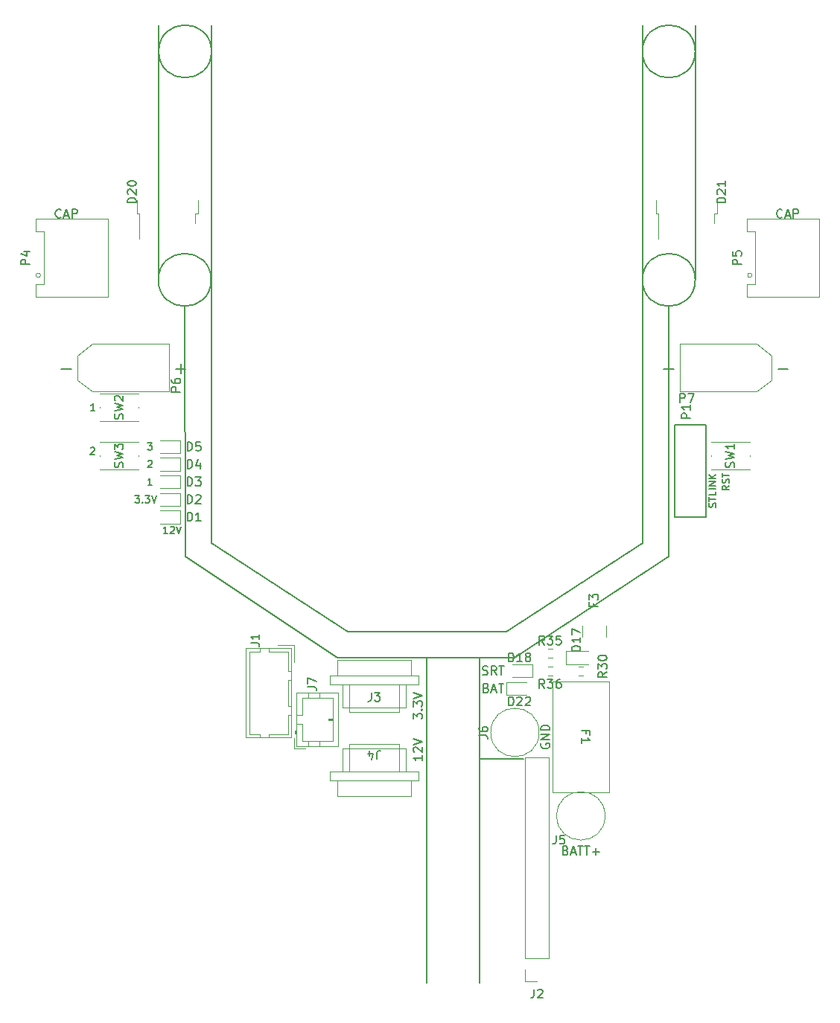
<source format=gbr>
G04 #@! TF.GenerationSoftware,KiCad,Pcbnew,(6.0.8)*
G04 #@! TF.CreationDate,2022-12-09T11:51:08+09:00*
G04 #@! TF.ProjectId,ORION_boost_v3,4f52494f-4e5f-4626-9f6f-73745f76332e,rev?*
G04 #@! TF.SameCoordinates,Original*
G04 #@! TF.FileFunction,Legend,Top*
G04 #@! TF.FilePolarity,Positive*
%FSLAX46Y46*%
G04 Gerber Fmt 4.6, Leading zero omitted, Abs format (unit mm)*
G04 Created by KiCad (PCBNEW (6.0.8)) date 2022-12-09 11:51:08*
%MOMM*%
%LPD*%
G01*
G04 APERTURE LIST*
%ADD10C,0.150000*%
%ADD11C,0.120000*%
%ADD12C,0.200000*%
G04 APERTURE END LIST*
D10*
X124452380Y-133119047D02*
X124452380Y-133690476D01*
X124452380Y-133404761D02*
X123452380Y-133404761D01*
X123595238Y-133500000D01*
X123690476Y-133595238D01*
X123738095Y-133690476D01*
X123547619Y-132738095D02*
X123500000Y-132690476D01*
X123452380Y-132595238D01*
X123452380Y-132357142D01*
X123500000Y-132261904D01*
X123547619Y-132214285D01*
X123642857Y-132166666D01*
X123738095Y-132166666D01*
X123880952Y-132214285D01*
X124452380Y-132785714D01*
X124452380Y-132166666D01*
X123452380Y-131880952D02*
X124452380Y-131547619D01*
X123452380Y-131214285D01*
X123452380Y-128976190D02*
X123452380Y-128357142D01*
X123833333Y-128690476D01*
X123833333Y-128547619D01*
X123880952Y-128452380D01*
X123928571Y-128404761D01*
X124023809Y-128357142D01*
X124261904Y-128357142D01*
X124357142Y-128404761D01*
X124404761Y-128452380D01*
X124452380Y-128547619D01*
X124452380Y-128833333D01*
X124404761Y-128928571D01*
X124357142Y-128976190D01*
X124357142Y-127928571D02*
X124404761Y-127880952D01*
X124452380Y-127928571D01*
X124404761Y-127976190D01*
X124357142Y-127928571D01*
X124452380Y-127928571D01*
X123452380Y-127547619D02*
X123452380Y-126928571D01*
X123833333Y-127261904D01*
X123833333Y-127119047D01*
X123880952Y-127023809D01*
X123928571Y-126976190D01*
X124023809Y-126928571D01*
X124261904Y-126928571D01*
X124357142Y-126976190D01*
X124404761Y-127023809D01*
X124452380Y-127119047D01*
X124452380Y-127404761D01*
X124404761Y-127500000D01*
X124357142Y-127547619D01*
X123452380Y-126642857D02*
X124452380Y-126309523D01*
X123452380Y-125976190D01*
X157823809Y-104866666D02*
X157861904Y-104752380D01*
X157861904Y-104561904D01*
X157823809Y-104485714D01*
X157785714Y-104447619D01*
X157709523Y-104409523D01*
X157633333Y-104409523D01*
X157557142Y-104447619D01*
X157519047Y-104485714D01*
X157480952Y-104561904D01*
X157442857Y-104714285D01*
X157404761Y-104790476D01*
X157366666Y-104828571D01*
X157290476Y-104866666D01*
X157214285Y-104866666D01*
X157138095Y-104828571D01*
X157100000Y-104790476D01*
X157061904Y-104714285D01*
X157061904Y-104523809D01*
X157100000Y-104409523D01*
X157061904Y-104180952D02*
X157061904Y-103723809D01*
X157861904Y-103952380D02*
X157061904Y-103952380D01*
X157861904Y-103076190D02*
X157861904Y-103457142D01*
X157061904Y-103457142D01*
X157861904Y-102809523D02*
X157061904Y-102809523D01*
X157861904Y-102428571D02*
X157061904Y-102428571D01*
X157861904Y-101971428D01*
X157061904Y-101971428D01*
X157861904Y-101590476D02*
X157061904Y-101590476D01*
X157861904Y-101133333D02*
X157404761Y-101476190D01*
X157061904Y-101133333D02*
X157519047Y-101590476D01*
X165380952Y-71857142D02*
X165333333Y-71904761D01*
X165190476Y-71952380D01*
X165095238Y-71952380D01*
X164952380Y-71904761D01*
X164857142Y-71809523D01*
X164809523Y-71714285D01*
X164761904Y-71523809D01*
X164761904Y-71380952D01*
X164809523Y-71190476D01*
X164857142Y-71095238D01*
X164952380Y-71000000D01*
X165095238Y-70952380D01*
X165190476Y-70952380D01*
X165333333Y-71000000D01*
X165380952Y-71047619D01*
X165761904Y-71666666D02*
X166238095Y-71666666D01*
X165666666Y-71952380D02*
X166000000Y-70952380D01*
X166333333Y-71952380D01*
X166666666Y-71952380D02*
X166666666Y-70952380D01*
X167047619Y-70952380D01*
X167142857Y-71000000D01*
X167190476Y-71047619D01*
X167238095Y-71142857D01*
X167238095Y-71285714D01*
X167190476Y-71380952D01*
X167142857Y-71428571D01*
X167047619Y-71476190D01*
X166666666Y-71476190D01*
X83380952Y-71857142D02*
X83333333Y-71904761D01*
X83190476Y-71952380D01*
X83095238Y-71952380D01*
X82952380Y-71904761D01*
X82857142Y-71809523D01*
X82809523Y-71714285D01*
X82761904Y-71523809D01*
X82761904Y-71380952D01*
X82809523Y-71190476D01*
X82857142Y-71095238D01*
X82952380Y-71000000D01*
X83095238Y-70952380D01*
X83190476Y-70952380D01*
X83333333Y-71000000D01*
X83380952Y-71047619D01*
X83761904Y-71666666D02*
X84238095Y-71666666D01*
X83666666Y-71952380D02*
X84000000Y-70952380D01*
X84333333Y-71952380D01*
X84666666Y-71952380D02*
X84666666Y-70952380D01*
X85047619Y-70952380D01*
X85142857Y-71000000D01*
X85190476Y-71047619D01*
X85238095Y-71142857D01*
X85238095Y-71285714D01*
X85190476Y-71380952D01*
X85142857Y-71428571D01*
X85047619Y-71476190D01*
X84666666Y-71476190D01*
X87228571Y-93861904D02*
X86771428Y-93861904D01*
X87000000Y-93861904D02*
X87000000Y-93061904D01*
X86923809Y-93176190D01*
X86847619Y-93252380D01*
X86771428Y-93290476D01*
X86771428Y-98138095D02*
X86809523Y-98100000D01*
X86885714Y-98061904D01*
X87076190Y-98061904D01*
X87152380Y-98100000D01*
X87190476Y-98138095D01*
X87228571Y-98214285D01*
X87228571Y-98290476D01*
X87190476Y-98404761D01*
X86733333Y-98861904D01*
X87228571Y-98861904D01*
X93233333Y-97561904D02*
X93728571Y-97561904D01*
X93461904Y-97866666D01*
X93576190Y-97866666D01*
X93652380Y-97904761D01*
X93690476Y-97942857D01*
X93728571Y-98019047D01*
X93728571Y-98209523D01*
X93690476Y-98285714D01*
X93652380Y-98323809D01*
X93576190Y-98361904D01*
X93347619Y-98361904D01*
X93271428Y-98323809D01*
X93233333Y-98285714D01*
X93271428Y-99638095D02*
X93309523Y-99600000D01*
X93385714Y-99561904D01*
X93576190Y-99561904D01*
X93652380Y-99600000D01*
X93690476Y-99638095D01*
X93728571Y-99714285D01*
X93728571Y-99790476D01*
X93690476Y-99904761D01*
X93233333Y-100361904D01*
X93728571Y-100361904D01*
X93728571Y-102361904D02*
X93271428Y-102361904D01*
X93500000Y-102361904D02*
X93500000Y-101561904D01*
X93423809Y-101676190D01*
X93347619Y-101752380D01*
X93271428Y-101790476D01*
X91819047Y-103561904D02*
X92314285Y-103561904D01*
X92047619Y-103866666D01*
X92161904Y-103866666D01*
X92238095Y-103904761D01*
X92276190Y-103942857D01*
X92314285Y-104019047D01*
X92314285Y-104209523D01*
X92276190Y-104285714D01*
X92238095Y-104323809D01*
X92161904Y-104361904D01*
X91933333Y-104361904D01*
X91857142Y-104323809D01*
X91819047Y-104285714D01*
X92657142Y-104285714D02*
X92695238Y-104323809D01*
X92657142Y-104361904D01*
X92619047Y-104323809D01*
X92657142Y-104285714D01*
X92657142Y-104361904D01*
X92961904Y-103561904D02*
X93457142Y-103561904D01*
X93190476Y-103866666D01*
X93304761Y-103866666D01*
X93380952Y-103904761D01*
X93419047Y-103942857D01*
X93457142Y-104019047D01*
X93457142Y-104209523D01*
X93419047Y-104285714D01*
X93380952Y-104323809D01*
X93304761Y-104361904D01*
X93076190Y-104361904D01*
X93000000Y-104323809D01*
X92961904Y-104285714D01*
X93685714Y-103561904D02*
X93952380Y-104361904D01*
X94219047Y-103561904D01*
X95504761Y-107861904D02*
X95047619Y-107861904D01*
X95276190Y-107861904D02*
X95276190Y-107061904D01*
X95200000Y-107176190D01*
X95123809Y-107252380D01*
X95047619Y-107290476D01*
X95809523Y-107138095D02*
X95847619Y-107100000D01*
X95923809Y-107061904D01*
X96114285Y-107061904D01*
X96190476Y-107100000D01*
X96228571Y-107138095D01*
X96266666Y-107214285D01*
X96266666Y-107290476D01*
X96228571Y-107404761D01*
X95771428Y-107861904D01*
X96266666Y-107861904D01*
X96495238Y-107061904D02*
X96761904Y-107861904D01*
X97028571Y-107061904D01*
X100500000Y-109000000D02*
X100500000Y-50000000D01*
X125000000Y-122000000D02*
X125000000Y-159000000D01*
X116000000Y-119000000D02*
X134000000Y-119000000D01*
X149500000Y-50000000D02*
X149500000Y-109000000D01*
X100500000Y-53000000D02*
G75*
G03*
X100500000Y-53000000I-3000000J0D01*
G01*
X155500000Y-53000000D02*
G75*
G03*
X155500000Y-53000000I-3000000J0D01*
G01*
X155500000Y-79000000D02*
G75*
G03*
X155500000Y-79000000I-3000000J0D01*
G01*
X100460000Y-79000000D02*
G75*
G03*
X100460000Y-79000000I-3000000J0D01*
G01*
X97460000Y-82000000D02*
X97500000Y-110500000D01*
X97500000Y-110500000D02*
X114800000Y-122000000D01*
X152500000Y-110500000D02*
X135000000Y-122000000D01*
X155500000Y-79000000D02*
X155500000Y-50000000D01*
X116000000Y-119000000D02*
X100500000Y-109000000D01*
X134000000Y-119000000D02*
X149500000Y-109000000D01*
X114800000Y-122000000D02*
X135000000Y-122000000D01*
X131000000Y-133500000D02*
X136000000Y-133500000D01*
X94500000Y-50000000D02*
X94460000Y-79000000D01*
X131000000Y-159000000D02*
X131000000Y-122000000D01*
X152500000Y-82000000D02*
X152500000Y-110500000D01*
X140761904Y-143928571D02*
X140904761Y-143976190D01*
X140952380Y-144023809D01*
X141000000Y-144119047D01*
X141000000Y-144261904D01*
X140952380Y-144357142D01*
X140904761Y-144404761D01*
X140809523Y-144452380D01*
X140428571Y-144452380D01*
X140428571Y-143452380D01*
X140761904Y-143452380D01*
X140857142Y-143500000D01*
X140904761Y-143547619D01*
X140952380Y-143642857D01*
X140952380Y-143738095D01*
X140904761Y-143833333D01*
X140857142Y-143880952D01*
X140761904Y-143928571D01*
X140428571Y-143928571D01*
X141380952Y-144166666D02*
X141857142Y-144166666D01*
X141285714Y-144452380D02*
X141619047Y-143452380D01*
X141952380Y-144452380D01*
X142142857Y-143452380D02*
X142714285Y-143452380D01*
X142428571Y-144452380D02*
X142428571Y-143452380D01*
X142904761Y-143452380D02*
X143476190Y-143452380D01*
X143190476Y-144452380D02*
X143190476Y-143452380D01*
X143809523Y-144071428D02*
X144571428Y-144071428D01*
X144190476Y-144452380D02*
X144190476Y-143690476D01*
X159361904Y-102438095D02*
X158980952Y-102704761D01*
X159361904Y-102895238D02*
X158561904Y-102895238D01*
X158561904Y-102590476D01*
X158600000Y-102514285D01*
X158638095Y-102476190D01*
X158714285Y-102438095D01*
X158828571Y-102438095D01*
X158904761Y-102476190D01*
X158942857Y-102514285D01*
X158980952Y-102590476D01*
X158980952Y-102895238D01*
X159323809Y-102133333D02*
X159361904Y-102019047D01*
X159361904Y-101828571D01*
X159323809Y-101752380D01*
X159285714Y-101714285D01*
X159209523Y-101676190D01*
X159133333Y-101676190D01*
X159057142Y-101714285D01*
X159019047Y-101752380D01*
X158980952Y-101828571D01*
X158942857Y-101980952D01*
X158904761Y-102057142D01*
X158866666Y-102095238D01*
X158790476Y-102133333D01*
X158714285Y-102133333D01*
X158638095Y-102095238D01*
X158600000Y-102057142D01*
X158561904Y-101980952D01*
X158561904Y-101790476D01*
X158600000Y-101676190D01*
X158561904Y-101447619D02*
X158561904Y-100990476D01*
X159361904Y-101219047D02*
X158561904Y-101219047D01*
X131761904Y-125428571D02*
X131904761Y-125476190D01*
X131952380Y-125523809D01*
X132000000Y-125619047D01*
X132000000Y-125761904D01*
X131952380Y-125857142D01*
X131904761Y-125904761D01*
X131809523Y-125952380D01*
X131428571Y-125952380D01*
X131428571Y-124952380D01*
X131761904Y-124952380D01*
X131857142Y-125000000D01*
X131904761Y-125047619D01*
X131952380Y-125142857D01*
X131952380Y-125238095D01*
X131904761Y-125333333D01*
X131857142Y-125380952D01*
X131761904Y-125428571D01*
X131428571Y-125428571D01*
X132380952Y-125666666D02*
X132857142Y-125666666D01*
X132285714Y-125952380D02*
X132619047Y-124952380D01*
X132952380Y-125952380D01*
X133142857Y-124952380D02*
X133714285Y-124952380D01*
X133428571Y-125952380D02*
X133428571Y-124952380D01*
X131333333Y-123904761D02*
X131476190Y-123952380D01*
X131714285Y-123952380D01*
X131809523Y-123904761D01*
X131857142Y-123857142D01*
X131904761Y-123761904D01*
X131904761Y-123666666D01*
X131857142Y-123571428D01*
X131809523Y-123523809D01*
X131714285Y-123476190D01*
X131523809Y-123428571D01*
X131428571Y-123380952D01*
X131380952Y-123333333D01*
X131333333Y-123238095D01*
X131333333Y-123142857D01*
X131380952Y-123047619D01*
X131428571Y-123000000D01*
X131523809Y-122952380D01*
X131761904Y-122952380D01*
X131904761Y-123000000D01*
X132904761Y-123952380D02*
X132571428Y-123476190D01*
X132333333Y-123952380D02*
X132333333Y-122952380D01*
X132714285Y-122952380D01*
X132809523Y-123000000D01*
X132857142Y-123047619D01*
X132904761Y-123142857D01*
X132904761Y-123285714D01*
X132857142Y-123380952D01*
X132809523Y-123428571D01*
X132714285Y-123476190D01*
X132333333Y-123476190D01*
X133190476Y-122952380D02*
X133761904Y-122952380D01*
X133476190Y-123952380D02*
X133476190Y-122952380D01*
X138000000Y-131761904D02*
X137952380Y-131857142D01*
X137952380Y-132000000D01*
X138000000Y-132142857D01*
X138095238Y-132238095D01*
X138190476Y-132285714D01*
X138380952Y-132333333D01*
X138523809Y-132333333D01*
X138714285Y-132285714D01*
X138809523Y-132238095D01*
X138904761Y-132142857D01*
X138952380Y-132000000D01*
X138952380Y-131904761D01*
X138904761Y-131761904D01*
X138857142Y-131714285D01*
X138523809Y-131714285D01*
X138523809Y-131904761D01*
X138952380Y-131285714D02*
X137952380Y-131285714D01*
X138952380Y-130714285D01*
X137952380Y-130714285D01*
X138952380Y-130238095D02*
X137952380Y-130238095D01*
X137952380Y-130000000D01*
X138000000Y-129857142D01*
X138095238Y-129761904D01*
X138190476Y-129714285D01*
X138380952Y-129666666D01*
X138523809Y-129666666D01*
X138714285Y-129714285D01*
X138809523Y-129761904D01*
X138904761Y-129857142D01*
X138952380Y-130000000D01*
X138952380Y-130238095D01*
X97761904Y-106452380D02*
X97761904Y-105452380D01*
X98000000Y-105452380D01*
X98142857Y-105500000D01*
X98238095Y-105595238D01*
X98285714Y-105690476D01*
X98333333Y-105880952D01*
X98333333Y-106023809D01*
X98285714Y-106214285D01*
X98238095Y-106309523D01*
X98142857Y-106404761D01*
X98000000Y-106452380D01*
X97761904Y-106452380D01*
X99285714Y-106452380D02*
X98714285Y-106452380D01*
X99000000Y-106452380D02*
X99000000Y-105452380D01*
X98904761Y-105595238D01*
X98809523Y-105690476D01*
X98714285Y-105738095D01*
X142452380Y-121214285D02*
X141452380Y-121214285D01*
X141452380Y-120976190D01*
X141500000Y-120833333D01*
X141595238Y-120738095D01*
X141690476Y-120690476D01*
X141880952Y-120642857D01*
X142023809Y-120642857D01*
X142214285Y-120690476D01*
X142309523Y-120738095D01*
X142404761Y-120833333D01*
X142452380Y-120976190D01*
X142452380Y-121214285D01*
X142452380Y-119690476D02*
X142452380Y-120261904D01*
X142452380Y-119976190D02*
X141452380Y-119976190D01*
X141595238Y-120071428D01*
X141690476Y-120166666D01*
X141738095Y-120261904D01*
X141452380Y-119357142D02*
X141452380Y-118690476D01*
X142452380Y-119119047D01*
X160752380Y-77238095D02*
X159752380Y-77238095D01*
X159752380Y-76857142D01*
X159800000Y-76761904D01*
X159847619Y-76714285D01*
X159942857Y-76666666D01*
X160085714Y-76666666D01*
X160180952Y-76714285D01*
X160228571Y-76761904D01*
X160276190Y-76857142D01*
X160276190Y-77238095D01*
X159752380Y-75761904D02*
X159752380Y-76238095D01*
X160228571Y-76285714D01*
X160180952Y-76238095D01*
X160133333Y-76142857D01*
X160133333Y-75904761D01*
X160180952Y-75809523D01*
X160228571Y-75761904D01*
X160323809Y-75714285D01*
X160561904Y-75714285D01*
X160657142Y-75761904D01*
X160704761Y-75809523D01*
X160752380Y-75904761D01*
X160752380Y-76142857D01*
X160704761Y-76238095D01*
X160657142Y-76285714D01*
X96952380Y-91738095D02*
X95952380Y-91738095D01*
X95952380Y-91357142D01*
X96000000Y-91261904D01*
X96047619Y-91214285D01*
X96142857Y-91166666D01*
X96285714Y-91166666D01*
X96380952Y-91214285D01*
X96428571Y-91261904D01*
X96476190Y-91357142D01*
X96476190Y-91738095D01*
X95952380Y-90309523D02*
X95952380Y-90500000D01*
X96000000Y-90595238D01*
X96047619Y-90642857D01*
X96190476Y-90738095D01*
X96380952Y-90785714D01*
X96761904Y-90785714D01*
X96857142Y-90738095D01*
X96904761Y-90690476D01*
X96952380Y-90595238D01*
X96952380Y-90404761D01*
X96904761Y-90309523D01*
X96857142Y-90261904D01*
X96761904Y-90214285D01*
X96523809Y-90214285D01*
X96428571Y-90261904D01*
X96380952Y-90309523D01*
X96333333Y-90404761D01*
X96333333Y-90595238D01*
X96380952Y-90690476D01*
X96428571Y-90738095D01*
X96523809Y-90785714D01*
X83428571Y-89107142D02*
X84571428Y-89107142D01*
X96428571Y-89107142D02*
X97571428Y-89107142D01*
X97000000Y-89678571D02*
X97000000Y-88535714D01*
X138357142Y-125452380D02*
X138023809Y-124976190D01*
X137785714Y-125452380D02*
X137785714Y-124452380D01*
X138166666Y-124452380D01*
X138261904Y-124500000D01*
X138309523Y-124547619D01*
X138357142Y-124642857D01*
X138357142Y-124785714D01*
X138309523Y-124880952D01*
X138261904Y-124928571D01*
X138166666Y-124976190D01*
X137785714Y-124976190D01*
X138690476Y-124452380D02*
X139309523Y-124452380D01*
X138976190Y-124833333D01*
X139119047Y-124833333D01*
X139214285Y-124880952D01*
X139261904Y-124928571D01*
X139309523Y-125023809D01*
X139309523Y-125261904D01*
X139261904Y-125357142D01*
X139214285Y-125404761D01*
X139119047Y-125452380D01*
X138833333Y-125452380D01*
X138738095Y-125404761D01*
X138690476Y-125357142D01*
X140166666Y-124452380D02*
X139976190Y-124452380D01*
X139880952Y-124500000D01*
X139833333Y-124547619D01*
X139738095Y-124690476D01*
X139690476Y-124880952D01*
X139690476Y-125261904D01*
X139738095Y-125357142D01*
X139785714Y-125404761D01*
X139880952Y-125452380D01*
X140071428Y-125452380D01*
X140166666Y-125404761D01*
X140214285Y-125357142D01*
X140261904Y-125261904D01*
X140261904Y-125023809D01*
X140214285Y-124928571D01*
X140166666Y-124880952D01*
X140071428Y-124833333D01*
X139880952Y-124833333D01*
X139785714Y-124880952D01*
X139738095Y-124928571D01*
X139690476Y-125023809D01*
X111452380Y-125333333D02*
X112166666Y-125333333D01*
X112309523Y-125380952D01*
X112404761Y-125476190D01*
X112452380Y-125619047D01*
X112452380Y-125714285D01*
X111452380Y-124952380D02*
X111452380Y-124285714D01*
X112452380Y-124714285D01*
X134285714Y-122452380D02*
X134285714Y-121452380D01*
X134523809Y-121452380D01*
X134666666Y-121500000D01*
X134761904Y-121595238D01*
X134809523Y-121690476D01*
X134857142Y-121880952D01*
X134857142Y-122023809D01*
X134809523Y-122214285D01*
X134761904Y-122309523D01*
X134666666Y-122404761D01*
X134523809Y-122452380D01*
X134285714Y-122452380D01*
X135809523Y-122452380D02*
X135238095Y-122452380D01*
X135523809Y-122452380D02*
X135523809Y-121452380D01*
X135428571Y-121595238D01*
X135333333Y-121690476D01*
X135238095Y-121738095D01*
X136380952Y-121880952D02*
X136285714Y-121833333D01*
X136238095Y-121785714D01*
X136190476Y-121690476D01*
X136190476Y-121642857D01*
X136238095Y-121547619D01*
X136285714Y-121500000D01*
X136380952Y-121452380D01*
X136571428Y-121452380D01*
X136666666Y-121500000D01*
X136714285Y-121547619D01*
X136761904Y-121642857D01*
X136761904Y-121690476D01*
X136714285Y-121785714D01*
X136666666Y-121833333D01*
X136571428Y-121880952D01*
X136380952Y-121880952D01*
X136285714Y-121928571D01*
X136238095Y-121976190D01*
X136190476Y-122071428D01*
X136190476Y-122261904D01*
X136238095Y-122357142D01*
X136285714Y-122404761D01*
X136380952Y-122452380D01*
X136571428Y-122452380D01*
X136666666Y-122404761D01*
X136714285Y-122357142D01*
X136761904Y-122261904D01*
X136761904Y-122071428D01*
X136714285Y-121976190D01*
X136666666Y-121928571D01*
X136571428Y-121880952D01*
X119333333Y-133547619D02*
X119333333Y-132833333D01*
X119380952Y-132690476D01*
X119476190Y-132595238D01*
X119619047Y-132547619D01*
X119714285Y-132547619D01*
X118428571Y-133214285D02*
X118428571Y-132547619D01*
X118666666Y-133595238D02*
X118904761Y-132880952D01*
X118285714Y-132880952D01*
X134285714Y-127452380D02*
X134285714Y-126452380D01*
X134523809Y-126452380D01*
X134666666Y-126500000D01*
X134761904Y-126595238D01*
X134809523Y-126690476D01*
X134857142Y-126880952D01*
X134857142Y-127023809D01*
X134809523Y-127214285D01*
X134761904Y-127309523D01*
X134666666Y-127404761D01*
X134523809Y-127452380D01*
X134285714Y-127452380D01*
X135238095Y-126547619D02*
X135285714Y-126500000D01*
X135380952Y-126452380D01*
X135619047Y-126452380D01*
X135714285Y-126500000D01*
X135761904Y-126547619D01*
X135809523Y-126642857D01*
X135809523Y-126738095D01*
X135761904Y-126880952D01*
X135190476Y-127452380D01*
X135809523Y-127452380D01*
X136190476Y-126547619D02*
X136238095Y-126500000D01*
X136333333Y-126452380D01*
X136571428Y-126452380D01*
X136666666Y-126500000D01*
X136714285Y-126547619D01*
X136761904Y-126642857D01*
X136761904Y-126738095D01*
X136714285Y-126880952D01*
X136142857Y-127452380D01*
X136761904Y-127452380D01*
X145452380Y-123642857D02*
X144976190Y-123976190D01*
X145452380Y-124214285D02*
X144452380Y-124214285D01*
X144452380Y-123833333D01*
X144500000Y-123738095D01*
X144547619Y-123690476D01*
X144642857Y-123642857D01*
X144785714Y-123642857D01*
X144880952Y-123690476D01*
X144928571Y-123738095D01*
X144976190Y-123833333D01*
X144976190Y-124214285D01*
X144452380Y-123309523D02*
X144452380Y-122690476D01*
X144833333Y-123023809D01*
X144833333Y-122880952D01*
X144880952Y-122785714D01*
X144928571Y-122738095D01*
X145023809Y-122690476D01*
X145261904Y-122690476D01*
X145357142Y-122738095D01*
X145404761Y-122785714D01*
X145452380Y-122880952D01*
X145452380Y-123166666D01*
X145404761Y-123261904D01*
X145357142Y-123309523D01*
X144452380Y-122071428D02*
X144452380Y-121976190D01*
X144500000Y-121880952D01*
X144547619Y-121833333D01*
X144642857Y-121785714D01*
X144833333Y-121738095D01*
X145071428Y-121738095D01*
X145261904Y-121785714D01*
X145357142Y-121833333D01*
X145404761Y-121880952D01*
X145452380Y-121976190D01*
X145452380Y-122071428D01*
X145404761Y-122166666D01*
X145357142Y-122214285D01*
X145261904Y-122261904D01*
X145071428Y-122309523D01*
X144833333Y-122309523D01*
X144642857Y-122261904D01*
X144547619Y-122214285D01*
X144500000Y-122166666D01*
X144452380Y-122071428D01*
X104952380Y-120333333D02*
X105666666Y-120333333D01*
X105809523Y-120380952D01*
X105904761Y-120476190D01*
X105952380Y-120619047D01*
X105952380Y-120714285D01*
X105952380Y-119333333D02*
X105952380Y-119904761D01*
X105952380Y-119619047D02*
X104952380Y-119619047D01*
X105095238Y-119714285D01*
X105190476Y-119809523D01*
X105238095Y-119904761D01*
X143928571Y-115833333D02*
X143928571Y-116166666D01*
X144452380Y-116166666D02*
X143452380Y-116166666D01*
X143452380Y-115690476D01*
X143452380Y-115404761D02*
X143452380Y-114785714D01*
X143833333Y-115119047D01*
X143833333Y-114976190D01*
X143880952Y-114880952D01*
X143928571Y-114833333D01*
X144023809Y-114785714D01*
X144261904Y-114785714D01*
X144357142Y-114833333D01*
X144404761Y-114880952D01*
X144452380Y-114976190D01*
X144452380Y-115261904D01*
X144404761Y-115357142D01*
X144357142Y-115404761D01*
X137166666Y-159722380D02*
X137166666Y-160436666D01*
X137119047Y-160579523D01*
X137023809Y-160674761D01*
X136880952Y-160722380D01*
X136785714Y-160722380D01*
X137595238Y-159817619D02*
X137642857Y-159770000D01*
X137738095Y-159722380D01*
X137976190Y-159722380D01*
X138071428Y-159770000D01*
X138119047Y-159817619D01*
X138166666Y-159912857D01*
X138166666Y-160008095D01*
X138119047Y-160150952D01*
X137547619Y-160722380D01*
X138166666Y-160722380D01*
X90404761Y-100333333D02*
X90452380Y-100190476D01*
X90452380Y-99952380D01*
X90404761Y-99857142D01*
X90357142Y-99809523D01*
X90261904Y-99761904D01*
X90166666Y-99761904D01*
X90071428Y-99809523D01*
X90023809Y-99857142D01*
X89976190Y-99952380D01*
X89928571Y-100142857D01*
X89880952Y-100238095D01*
X89833333Y-100285714D01*
X89738095Y-100333333D01*
X89642857Y-100333333D01*
X89547619Y-100285714D01*
X89500000Y-100238095D01*
X89452380Y-100142857D01*
X89452380Y-99904761D01*
X89500000Y-99761904D01*
X89452380Y-99428571D02*
X90452380Y-99190476D01*
X89738095Y-99000000D01*
X90452380Y-98809523D01*
X89452380Y-98571428D01*
X89452380Y-98285714D02*
X89452380Y-97666666D01*
X89833333Y-98000000D01*
X89833333Y-97857142D01*
X89880952Y-97761904D01*
X89928571Y-97714285D01*
X90023809Y-97666666D01*
X90261904Y-97666666D01*
X90357142Y-97714285D01*
X90404761Y-97761904D01*
X90452380Y-97857142D01*
X90452380Y-98142857D01*
X90404761Y-98238095D01*
X90357142Y-98285714D01*
X158952380Y-70214285D02*
X157952380Y-70214285D01*
X157952380Y-69976190D01*
X158000000Y-69833333D01*
X158095238Y-69738095D01*
X158190476Y-69690476D01*
X158380952Y-69642857D01*
X158523809Y-69642857D01*
X158714285Y-69690476D01*
X158809523Y-69738095D01*
X158904761Y-69833333D01*
X158952380Y-69976190D01*
X158952380Y-70214285D01*
X158047619Y-69261904D02*
X158000000Y-69214285D01*
X157952380Y-69119047D01*
X157952380Y-68880952D01*
X158000000Y-68785714D01*
X158047619Y-68738095D01*
X158142857Y-68690476D01*
X158238095Y-68690476D01*
X158380952Y-68738095D01*
X158952380Y-69309523D01*
X158952380Y-68690476D01*
X158952380Y-67738095D02*
X158952380Y-68309523D01*
X158952380Y-68023809D02*
X157952380Y-68023809D01*
X158095238Y-68119047D01*
X158190476Y-68214285D01*
X158238095Y-68309523D01*
X97761904Y-100452380D02*
X97761904Y-99452380D01*
X98000000Y-99452380D01*
X98142857Y-99500000D01*
X98238095Y-99595238D01*
X98285714Y-99690476D01*
X98333333Y-99880952D01*
X98333333Y-100023809D01*
X98285714Y-100214285D01*
X98238095Y-100309523D01*
X98142857Y-100404761D01*
X98000000Y-100452380D01*
X97761904Y-100452380D01*
X99190476Y-99785714D02*
X99190476Y-100452380D01*
X98952380Y-99404761D02*
X98714285Y-100119047D01*
X99333333Y-100119047D01*
X97761904Y-104452380D02*
X97761904Y-103452380D01*
X98000000Y-103452380D01*
X98142857Y-103500000D01*
X98238095Y-103595238D01*
X98285714Y-103690476D01*
X98333333Y-103880952D01*
X98333333Y-104023809D01*
X98285714Y-104214285D01*
X98238095Y-104309523D01*
X98142857Y-104404761D01*
X98000000Y-104452380D01*
X97761904Y-104452380D01*
X98714285Y-103547619D02*
X98761904Y-103500000D01*
X98857142Y-103452380D01*
X99095238Y-103452380D01*
X99190476Y-103500000D01*
X99238095Y-103547619D01*
X99285714Y-103642857D01*
X99285714Y-103738095D01*
X99238095Y-103880952D01*
X98666666Y-104452380D01*
X99285714Y-104452380D01*
X143071428Y-130666666D02*
X143071428Y-130333333D01*
X142547619Y-130333333D02*
X143547619Y-130333333D01*
X143547619Y-130809523D01*
X142547619Y-131714285D02*
X142547619Y-131142857D01*
X142547619Y-131428571D02*
X143547619Y-131428571D01*
X143404761Y-131333333D01*
X143309523Y-131238095D01*
X143261904Y-131142857D01*
X79852380Y-77238095D02*
X78852380Y-77238095D01*
X78852380Y-76857142D01*
X78900000Y-76761904D01*
X78947619Y-76714285D01*
X79042857Y-76666666D01*
X79185714Y-76666666D01*
X79280952Y-76714285D01*
X79328571Y-76761904D01*
X79376190Y-76857142D01*
X79376190Y-77238095D01*
X79185714Y-75809523D02*
X79852380Y-75809523D01*
X78804761Y-76047619D02*
X79519047Y-76285714D01*
X79519047Y-75666666D01*
X118666666Y-125952380D02*
X118666666Y-126666666D01*
X118619047Y-126809523D01*
X118523809Y-126904761D01*
X118380952Y-126952380D01*
X118285714Y-126952380D01*
X119047619Y-125952380D02*
X119666666Y-125952380D01*
X119333333Y-126333333D01*
X119476190Y-126333333D01*
X119571428Y-126380952D01*
X119619047Y-126428571D01*
X119666666Y-126523809D01*
X119666666Y-126761904D01*
X119619047Y-126857142D01*
X119571428Y-126904761D01*
X119476190Y-126952380D01*
X119190476Y-126952380D01*
X119095238Y-126904761D01*
X119047619Y-126857142D01*
X97761904Y-102452380D02*
X97761904Y-101452380D01*
X98000000Y-101452380D01*
X98142857Y-101500000D01*
X98238095Y-101595238D01*
X98285714Y-101690476D01*
X98333333Y-101880952D01*
X98333333Y-102023809D01*
X98285714Y-102214285D01*
X98238095Y-102309523D01*
X98142857Y-102404761D01*
X98000000Y-102452380D01*
X97761904Y-102452380D01*
X98666666Y-101452380D02*
X99285714Y-101452380D01*
X98952380Y-101833333D01*
X99095238Y-101833333D01*
X99190476Y-101880952D01*
X99238095Y-101928571D01*
X99285714Y-102023809D01*
X99285714Y-102261904D01*
X99238095Y-102357142D01*
X99190476Y-102404761D01*
X99095238Y-102452380D01*
X98809523Y-102452380D01*
X98714285Y-102404761D01*
X98666666Y-102357142D01*
X138357142Y-120522380D02*
X138023809Y-120046190D01*
X137785714Y-120522380D02*
X137785714Y-119522380D01*
X138166666Y-119522380D01*
X138261904Y-119570000D01*
X138309523Y-119617619D01*
X138357142Y-119712857D01*
X138357142Y-119855714D01*
X138309523Y-119950952D01*
X138261904Y-119998571D01*
X138166666Y-120046190D01*
X137785714Y-120046190D01*
X138690476Y-119522380D02*
X139309523Y-119522380D01*
X138976190Y-119903333D01*
X139119047Y-119903333D01*
X139214285Y-119950952D01*
X139261904Y-119998571D01*
X139309523Y-120093809D01*
X139309523Y-120331904D01*
X139261904Y-120427142D01*
X139214285Y-120474761D01*
X139119047Y-120522380D01*
X138833333Y-120522380D01*
X138738095Y-120474761D01*
X138690476Y-120427142D01*
X140214285Y-119522380D02*
X139738095Y-119522380D01*
X139690476Y-119998571D01*
X139738095Y-119950952D01*
X139833333Y-119903333D01*
X140071428Y-119903333D01*
X140166666Y-119950952D01*
X140214285Y-119998571D01*
X140261904Y-120093809D01*
X140261904Y-120331904D01*
X140214285Y-120427142D01*
X140166666Y-120474761D01*
X140071428Y-120522380D01*
X139833333Y-120522380D01*
X139738095Y-120474761D01*
X139690476Y-120427142D01*
X91952380Y-70214285D02*
X90952380Y-70214285D01*
X90952380Y-69976190D01*
X91000000Y-69833333D01*
X91095238Y-69738095D01*
X91190476Y-69690476D01*
X91380952Y-69642857D01*
X91523809Y-69642857D01*
X91714285Y-69690476D01*
X91809523Y-69738095D01*
X91904761Y-69833333D01*
X91952380Y-69976190D01*
X91952380Y-70214285D01*
X91047619Y-69261904D02*
X91000000Y-69214285D01*
X90952380Y-69119047D01*
X90952380Y-68880952D01*
X91000000Y-68785714D01*
X91047619Y-68738095D01*
X91142857Y-68690476D01*
X91238095Y-68690476D01*
X91380952Y-68738095D01*
X91952380Y-69309523D01*
X91952380Y-68690476D01*
X90952380Y-68071428D02*
X90952380Y-67976190D01*
X91000000Y-67880952D01*
X91047619Y-67833333D01*
X91142857Y-67785714D01*
X91333333Y-67738095D01*
X91571428Y-67738095D01*
X91761904Y-67785714D01*
X91857142Y-67833333D01*
X91904761Y-67880952D01*
X91952380Y-67976190D01*
X91952380Y-68071428D01*
X91904761Y-68166666D01*
X91857142Y-68214285D01*
X91761904Y-68261904D01*
X91571428Y-68309523D01*
X91333333Y-68309523D01*
X91142857Y-68261904D01*
X91047619Y-68214285D01*
X91000000Y-68166666D01*
X90952380Y-68071428D01*
X153761904Y-92952380D02*
X153761904Y-91952380D01*
X154142857Y-91952380D01*
X154238095Y-92000000D01*
X154285714Y-92047619D01*
X154333333Y-92142857D01*
X154333333Y-92285714D01*
X154285714Y-92380952D01*
X154238095Y-92428571D01*
X154142857Y-92476190D01*
X153761904Y-92476190D01*
X154666666Y-91952380D02*
X155333333Y-91952380D01*
X154904761Y-92952380D01*
X151928571Y-89107142D02*
X153071428Y-89107142D01*
X152500000Y-89678571D02*
X152500000Y-88535714D01*
X164928571Y-89107142D02*
X166071428Y-89107142D01*
X97761904Y-98452380D02*
X97761904Y-97452380D01*
X98000000Y-97452380D01*
X98142857Y-97500000D01*
X98238095Y-97595238D01*
X98285714Y-97690476D01*
X98333333Y-97880952D01*
X98333333Y-98023809D01*
X98285714Y-98214285D01*
X98238095Y-98309523D01*
X98142857Y-98404761D01*
X98000000Y-98452380D01*
X97761904Y-98452380D01*
X99238095Y-97452380D02*
X98761904Y-97452380D01*
X98714285Y-97928571D01*
X98761904Y-97880952D01*
X98857142Y-97833333D01*
X99095238Y-97833333D01*
X99190476Y-97880952D01*
X99238095Y-97928571D01*
X99285714Y-98023809D01*
X99285714Y-98261904D01*
X99238095Y-98357142D01*
X99190476Y-98404761D01*
X99095238Y-98452380D01*
X98857142Y-98452380D01*
X98761904Y-98404761D01*
X98714285Y-98357142D01*
X139666666Y-142202380D02*
X139666666Y-142916666D01*
X139619047Y-143059523D01*
X139523809Y-143154761D01*
X139380952Y-143202380D01*
X139285714Y-143202380D01*
X140619047Y-142202380D02*
X140142857Y-142202380D01*
X140095238Y-142678571D01*
X140142857Y-142630952D01*
X140238095Y-142583333D01*
X140476190Y-142583333D01*
X140571428Y-142630952D01*
X140619047Y-142678571D01*
X140666666Y-142773809D01*
X140666666Y-143011904D01*
X140619047Y-143107142D01*
X140571428Y-143154761D01*
X140476190Y-143202380D01*
X140238095Y-143202380D01*
X140142857Y-143154761D01*
X140095238Y-143107142D01*
X154952380Y-94738095D02*
X153952380Y-94738095D01*
X153952380Y-94357142D01*
X154000000Y-94261904D01*
X154047619Y-94214285D01*
X154142857Y-94166666D01*
X154285714Y-94166666D01*
X154380952Y-94214285D01*
X154428571Y-94261904D01*
X154476190Y-94357142D01*
X154476190Y-94738095D01*
X154952380Y-93214285D02*
X154952380Y-93785714D01*
X154952380Y-93500000D02*
X153952380Y-93500000D01*
X154095238Y-93595238D01*
X154190476Y-93690476D01*
X154238095Y-93785714D01*
X90404761Y-94833333D02*
X90452380Y-94690476D01*
X90452380Y-94452380D01*
X90404761Y-94357142D01*
X90357142Y-94309523D01*
X90261904Y-94261904D01*
X90166666Y-94261904D01*
X90071428Y-94309523D01*
X90023809Y-94357142D01*
X89976190Y-94452380D01*
X89928571Y-94642857D01*
X89880952Y-94738095D01*
X89833333Y-94785714D01*
X89738095Y-94833333D01*
X89642857Y-94833333D01*
X89547619Y-94785714D01*
X89500000Y-94738095D01*
X89452380Y-94642857D01*
X89452380Y-94404761D01*
X89500000Y-94261904D01*
X89452380Y-93928571D02*
X90452380Y-93690476D01*
X89738095Y-93500000D01*
X90452380Y-93309523D01*
X89452380Y-93071428D01*
X89547619Y-92738095D02*
X89500000Y-92690476D01*
X89452380Y-92595238D01*
X89452380Y-92357142D01*
X89500000Y-92261904D01*
X89547619Y-92214285D01*
X89642857Y-92166666D01*
X89738095Y-92166666D01*
X89880952Y-92214285D01*
X90452380Y-92785714D01*
X90452380Y-92166666D01*
X130904380Y-130833333D02*
X131618666Y-130833333D01*
X131761523Y-130880952D01*
X131856761Y-130976190D01*
X131904380Y-131119047D01*
X131904380Y-131214285D01*
X130904380Y-129928571D02*
X130904380Y-130119047D01*
X130952000Y-130214285D01*
X130999619Y-130261904D01*
X131142476Y-130357142D01*
X131332952Y-130404761D01*
X131713904Y-130404761D01*
X131809142Y-130357142D01*
X131856761Y-130309523D01*
X131904380Y-130214285D01*
X131904380Y-130023809D01*
X131856761Y-129928571D01*
X131809142Y-129880952D01*
X131713904Y-129833333D01*
X131475809Y-129833333D01*
X131380571Y-129880952D01*
X131332952Y-129928571D01*
X131285333Y-130023809D01*
X131285333Y-130214285D01*
X131332952Y-130309523D01*
X131380571Y-130357142D01*
X131475809Y-130404761D01*
X159904761Y-100333333D02*
X159952380Y-100190476D01*
X159952380Y-99952380D01*
X159904761Y-99857142D01*
X159857142Y-99809523D01*
X159761904Y-99761904D01*
X159666666Y-99761904D01*
X159571428Y-99809523D01*
X159523809Y-99857142D01*
X159476190Y-99952380D01*
X159428571Y-100142857D01*
X159380952Y-100238095D01*
X159333333Y-100285714D01*
X159238095Y-100333333D01*
X159142857Y-100333333D01*
X159047619Y-100285714D01*
X159000000Y-100238095D01*
X158952380Y-100142857D01*
X158952380Y-99904761D01*
X159000000Y-99761904D01*
X158952380Y-99428571D02*
X159952380Y-99190476D01*
X159238095Y-99000000D01*
X159952380Y-98809523D01*
X158952380Y-98571428D01*
X159952380Y-97666666D02*
X159952380Y-98238095D01*
X159952380Y-97952380D02*
X158952380Y-97952380D01*
X159095238Y-98047619D01*
X159190476Y-98142857D01*
X159238095Y-98238095D01*
D11*
X96985000Y-105265000D02*
X94700000Y-105265000D01*
X94700000Y-106735000D02*
X96985000Y-106735000D01*
X96985000Y-106735000D02*
X96985000Y-105265000D01*
X140840000Y-121265000D02*
X140840000Y-122735000D01*
X143300000Y-121265000D02*
X140840000Y-121265000D01*
X140840000Y-122735000D02*
X143300000Y-122735000D01*
X169610000Y-76500000D02*
X169610000Y-80940000D01*
X161390000Y-79520000D02*
X162340000Y-79520000D01*
X169610000Y-80940000D02*
X161390000Y-80940000D01*
X162340000Y-79520000D02*
X162340000Y-76500000D01*
X161390000Y-73480000D02*
X162340000Y-73480000D01*
X169610000Y-72060000D02*
X161390000Y-72060000D01*
X161390000Y-80940000D02*
X161390000Y-79520000D01*
X162340000Y-73480000D02*
X162340000Y-76500000D01*
X169610000Y-76500000D02*
X169610000Y-72060000D01*
X161390000Y-72060000D02*
X161390000Y-73480000D01*
X161950000Y-78480000D02*
G75*
G03*
X161950000Y-78480000I-250000J0D01*
G01*
X86990000Y-91710000D02*
X95710000Y-91710000D01*
X85290000Y-90410000D02*
X86990000Y-91710000D01*
X86990000Y-86290000D02*
X95710000Y-86290000D01*
X85290000Y-87590000D02*
X85290000Y-90410000D01*
X85290000Y-87590000D02*
X86990000Y-86290000D01*
X95710000Y-86290000D02*
X95710000Y-91710000D01*
X138762742Y-122977500D02*
X139237258Y-122977500D01*
X138762742Y-124022500D02*
X139237258Y-124022500D01*
X109990000Y-130600000D02*
X110190000Y-130600000D01*
X112800000Y-132060000D02*
X112800000Y-131450000D01*
X110190000Y-125940000D02*
X110190000Y-132060000D01*
X110090000Y-130300000D02*
X110090000Y-130600000D01*
X110190000Y-130300000D02*
X109990000Y-130300000D01*
X114300000Y-131450000D02*
X114300000Y-126550000D01*
X114910000Y-132060000D02*
X114910000Y-125940000D01*
X110800000Y-131450000D02*
X114300000Y-131450000D01*
X110800000Y-126550000D02*
X110800000Y-128500000D01*
X111500000Y-132060000D02*
X111500000Y-131450000D01*
X114300000Y-129000000D02*
X113800000Y-129000000D01*
X109990000Y-130300000D02*
X109990000Y-130600000D01*
X111500000Y-125940000D02*
X111500000Y-126550000D01*
X114300000Y-129100000D02*
X113800000Y-129100000D01*
X112800000Y-125940000D02*
X112800000Y-126550000D01*
X110800000Y-128500000D02*
X110190000Y-128500000D01*
X110190000Y-129500000D02*
X110800000Y-129500000D01*
X110800000Y-129500000D02*
X110800000Y-131450000D01*
X114910000Y-125940000D02*
X110190000Y-125940000D01*
X114300000Y-126550000D02*
X110800000Y-126550000D01*
X113800000Y-128900000D02*
X114300000Y-128900000D01*
X113800000Y-129100000D02*
X113800000Y-128900000D01*
X110190000Y-132060000D02*
X114910000Y-132060000D01*
X109890000Y-131110000D02*
X109890000Y-132360000D01*
X109890000Y-132360000D02*
X111140000Y-132360000D01*
X136985000Y-124235000D02*
X136985000Y-122765000D01*
X134700000Y-124235000D02*
X136985000Y-124235000D01*
X136985000Y-122765000D02*
X134700000Y-122765000D01*
X121800000Y-134951000D02*
X116200000Y-134951000D01*
X116200000Y-134951000D02*
X116200000Y-131851000D01*
X116200000Y-131851000D02*
X121800000Y-131851000D01*
X121800000Y-131851000D02*
X121800000Y-134951000D01*
X122600000Y-134951000D02*
X115400000Y-134951000D01*
X115400000Y-134951000D02*
X115400000Y-132351000D01*
X115400000Y-132351000D02*
X122600000Y-132351000D01*
X122600000Y-132351000D02*
X122600000Y-134951000D01*
X114000000Y-134951000D02*
X124000000Y-134951000D01*
X124000000Y-134951000D02*
X124000000Y-135951000D01*
X124000000Y-135951000D02*
X114000000Y-135951000D01*
X114000000Y-135951000D02*
X114000000Y-134951000D01*
X123200000Y-137751000D02*
X114800000Y-137751000D01*
X114800000Y-137751000D02*
X114800000Y-135951000D01*
X114800000Y-135951000D02*
X123200000Y-135951000D01*
X123200000Y-135951000D02*
X123200000Y-137751000D01*
X134015000Y-124765000D02*
X134015000Y-126235000D01*
X134015000Y-126235000D02*
X136300000Y-126235000D01*
X136300000Y-124765000D02*
X134015000Y-124765000D01*
X142737258Y-124022500D02*
X142262742Y-124022500D01*
X142737258Y-122977500D02*
X142262742Y-122977500D01*
X109600000Y-120900000D02*
X104400000Y-120900000D01*
X107000000Y-130700000D02*
X109200000Y-130700000D01*
X107000000Y-121300000D02*
X109200000Y-121300000D01*
X109600000Y-124500000D02*
X109200000Y-124500000D01*
X106000000Y-130700000D02*
X106000000Y-131100000D01*
X104400000Y-131100000D02*
X109600000Y-131100000D01*
X107000000Y-120900000D02*
X107000000Y-121300000D01*
X107000000Y-131100000D02*
X107000000Y-130700000D01*
X108000000Y-120590000D02*
X109910000Y-120590000D01*
X109200000Y-128500000D02*
X109600000Y-128500000D01*
X106000000Y-121300000D02*
X104800000Y-121300000D01*
X109200000Y-123500000D02*
X109600000Y-123500000D01*
X109200000Y-127500000D02*
X109600000Y-127500000D01*
X104800000Y-121300000D02*
X104800000Y-130700000D01*
X104800000Y-130700000D02*
X106000000Y-130700000D01*
X109600000Y-131100000D02*
X109600000Y-120900000D01*
X104400000Y-120900000D02*
X104400000Y-131100000D01*
X109200000Y-121300000D02*
X109200000Y-123500000D01*
X109200000Y-130700000D02*
X109200000Y-128500000D01*
X106000000Y-120900000D02*
X106000000Y-121300000D01*
X109200000Y-124500000D02*
X109200000Y-127500000D01*
X109910000Y-120590000D02*
X109910000Y-122500000D01*
X145360000Y-119602064D02*
X145360000Y-118397936D01*
X142640000Y-119602064D02*
X142640000Y-118397936D01*
X136170000Y-158830000D02*
X136170000Y-157500000D01*
X138830000Y-133310000D02*
X136170000Y-133310000D01*
X137500000Y-158830000D02*
X136170000Y-158830000D01*
X138830000Y-156230000D02*
X136170000Y-156230000D01*
X136170000Y-156230000D02*
X136170000Y-133310000D01*
X138830000Y-156230000D02*
X138830000Y-133310000D01*
X87800000Y-100550000D02*
X92200000Y-100550000D01*
X92200000Y-99050000D02*
X92200000Y-98950000D01*
X92200000Y-97450000D02*
X87800000Y-97450000D01*
X87800000Y-99050000D02*
X87800000Y-98950000D01*
X157950000Y-69970000D02*
X157950000Y-71470000D01*
X151050000Y-71470000D02*
X151320000Y-71470000D01*
X151050000Y-69970000D02*
X151050000Y-71470000D01*
X151320000Y-71470000D02*
X151320000Y-74300000D01*
X157680000Y-71470000D02*
X157680000Y-72570000D01*
X157950000Y-71470000D02*
X157680000Y-71470000D01*
X96985000Y-100735000D02*
X96985000Y-99265000D01*
X94700000Y-100735000D02*
X96985000Y-100735000D01*
X96985000Y-99265000D02*
X94700000Y-99265000D01*
X96985000Y-104735000D02*
X96985000Y-103265000D01*
X96985000Y-103265000D02*
X94700000Y-103265000D01*
X94700000Y-104735000D02*
X96985000Y-104735000D01*
X145700000Y-124700000D02*
X139300000Y-124700000D01*
X139300000Y-124700000D02*
X139300000Y-137300000D01*
X139300000Y-137300000D02*
X145700000Y-137300000D01*
X145700000Y-137300000D02*
X145700000Y-124700000D01*
X80490000Y-80940000D02*
X80490000Y-79520000D01*
X88710000Y-72060000D02*
X80490000Y-72060000D01*
X88710000Y-76500000D02*
X88710000Y-72060000D01*
X81440000Y-73480000D02*
X81440000Y-76500000D01*
X81440000Y-79520000D02*
X81440000Y-76500000D01*
X80490000Y-72060000D02*
X80490000Y-73480000D01*
X80490000Y-73480000D02*
X81440000Y-73480000D01*
X88710000Y-76500000D02*
X88710000Y-80940000D01*
X80490000Y-79520000D02*
X81440000Y-79520000D01*
X88710000Y-80940000D02*
X80490000Y-80940000D01*
X81050000Y-78480000D02*
G75*
G03*
X81050000Y-78480000I-250000J0D01*
G01*
X124000000Y-125049000D02*
X114000000Y-125049000D01*
X114000000Y-125049000D02*
X114000000Y-124049000D01*
X114000000Y-124049000D02*
X124000000Y-124049000D01*
X124000000Y-124049000D02*
X124000000Y-125049000D01*
X114800000Y-122249000D02*
X123200000Y-122249000D01*
X123200000Y-122249000D02*
X123200000Y-124049000D01*
X123200000Y-124049000D02*
X114800000Y-124049000D01*
X114800000Y-124049000D02*
X114800000Y-122249000D01*
X115400000Y-125049000D02*
X122600000Y-125049000D01*
X122600000Y-125049000D02*
X122600000Y-127649000D01*
X122600000Y-127649000D02*
X115400000Y-127649000D01*
X115400000Y-127649000D02*
X115400000Y-125049000D01*
X116200000Y-125049000D02*
X121800000Y-125049000D01*
X121800000Y-125049000D02*
X121800000Y-128149000D01*
X121800000Y-128149000D02*
X116200000Y-128149000D01*
X116200000Y-128149000D02*
X116200000Y-125049000D01*
X96985000Y-101265000D02*
X94700000Y-101265000D01*
X94700000Y-102735000D02*
X96985000Y-102735000D01*
X96985000Y-102735000D02*
X96985000Y-101265000D01*
X138762742Y-122022500D02*
X139237258Y-122022500D01*
X138762742Y-120977500D02*
X139237258Y-120977500D01*
X92050000Y-69970000D02*
X92050000Y-71470000D01*
X92050000Y-71470000D02*
X92320000Y-71470000D01*
X98950000Y-71470000D02*
X98680000Y-71470000D01*
X98680000Y-71470000D02*
X98680000Y-72570000D01*
X92320000Y-71470000D02*
X92320000Y-74300000D01*
X98950000Y-69970000D02*
X98950000Y-71470000D01*
X164210000Y-90410000D02*
X164210000Y-87590000D01*
X162510000Y-86290000D02*
X153790000Y-86290000D01*
X164210000Y-90410000D02*
X162510000Y-91710000D01*
X162510000Y-91710000D02*
X153790000Y-91710000D01*
X164210000Y-87590000D02*
X162510000Y-86290000D01*
X153790000Y-91710000D02*
X153790000Y-86290000D01*
X96985000Y-98735000D02*
X96985000Y-97265000D01*
X96985000Y-97265000D02*
X94700000Y-97265000D01*
X94700000Y-98735000D02*
X96985000Y-98735000D01*
X145250000Y-140000000D02*
G75*
G03*
X145250000Y-140000000I-2750000J0D01*
G01*
D12*
X153200000Y-106000000D02*
X153200000Y-95500000D01*
X153200000Y-95500000D02*
X156700000Y-95500000D01*
X156700000Y-95500000D02*
X156700000Y-106000000D01*
X153200000Y-106000000D02*
X156700000Y-106000000D01*
D11*
X87800000Y-95050000D02*
X92200000Y-95050000D01*
X92200000Y-91950000D02*
X87800000Y-91950000D01*
X87800000Y-93450000D02*
X87800000Y-93550000D01*
X92200000Y-93450000D02*
X92200000Y-93550000D01*
X137750000Y-130500000D02*
G75*
G03*
X137750000Y-130500000I-2750000J0D01*
G01*
X161700000Y-98950000D02*
X161700000Y-99050000D01*
X161700000Y-97450000D02*
X157300000Y-97450000D01*
X157300000Y-98950000D02*
X157300000Y-99050000D01*
X157300000Y-100550000D02*
X161700000Y-100550000D01*
M02*

</source>
